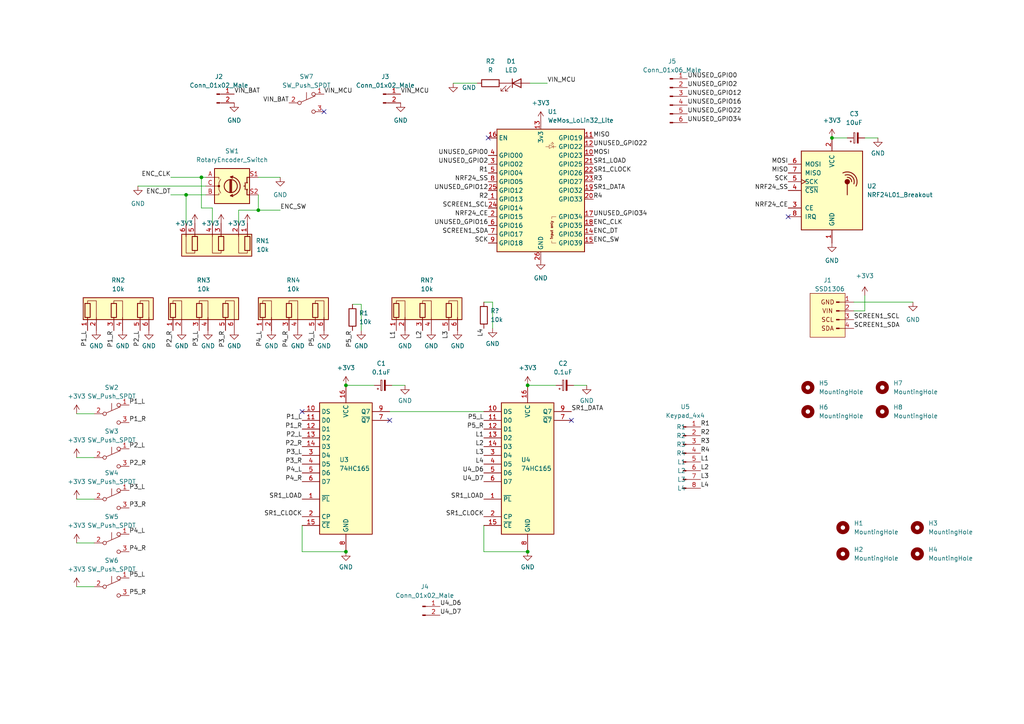
<source format=kicad_sch>
(kicad_sch (version 20211123) (generator eeschema)
  (paper "A4")
  (lib_symbols
    (symbol "74xx:74HC165"
      (property "Reference" "U" (at -7.62 19.05 0))
      (property "Value" "74HC165" (at -7.62 -21.59 0))
      (symbol "74HC165_1_0"
        (pin input line (at -12.7 -10.16 0) (length 5.08) (name "~{PL}") (number "1"))
        (pin input line (at -12.7 15.24 0) (length 5.08) (name "DS") (number "10"))
        (pin input line (at -12.7 12.7 0) (length 5.08) (name "D0") (number "11"))
        (pin input line (at -12.7 10.16 0) (length 5.08) (name "D1") (number "12"))
        (pin input line (at -12.7 7.62 0) (length 5.08) (name "D2") (number "13"))
        (pin input line (at -12.7 5.08 0) (length 5.08) (name "D3") (number "14"))
        (pin input line (at -12.7 -17.78 0) (length 5.08) (name "~{CE}") (number "15"))
        (pin power_in line (at 0 22.86 270) (length 5.08) (name "VCC") (number "16"))
        (pin input line (at -12.7 -15.24 0) (length 5.08) (name "CP") (number "2"))
        (pin input line (at -12.7 2.54 0) (length 5.08) (name "D4") (number "3"))
        (pin input line (at -12.7 0 0) (length 5.08) (name "D5") (number "4"))
        (pin input line (at -12.7 -2.54 0) (length 5.08) (name "D6") (number "5"))
        (pin input line (at -12.7 -5.08 0) (length 5.08) (name "D7") (number "6"))
        (pin output line (at 12.7 12.7 180) (length 5.08) (name "~{Q7}") (number "7"))
        (pin power_in line (at 0 -25.4 90) (length 5.08) (name "GND") (number "8"))
        (pin output line (at 12.7 15.24 180) (length 5.08) (name "Q7") (number "9"))
      )
      (symbol "74HC165_1_1"
        (rectangle (start -7.62 17.78) (end 7.62 -20.32) (stroke (width 0.254)) (fill (type background)))
      )
    )
    (symbol "Connector:Conn_01x02_Male" (pin_names (offset 1.016) hide)
      (property "Reference" "J" (at 0 2.54 0))
      (property "Value" "Conn_01x02_Male" (at 0 -5.08 0))
      (symbol "Conn_01x02_Male_1_1"
        (polyline (pts (xy 1.27 -2.54) (xy 0.8636 -2.54)) (stroke (width 0.1524)))
        (polyline (pts (xy 1.27 0) (xy 0.8636 0)) (stroke (width 0.1524)))
        (rectangle (start 0.8636 -2.413) (end 0 -2.667) (stroke (width 0.1524)) (fill (type outline)))
        (rectangle (start 0.8636 0.127) (end 0 -0.127) (stroke (width 0.1524)) (fill (type outline)))
        (pin passive line (at 5.08 0 180) (length 3.81) (name "Pin_1") (number "1"))
        (pin passive line (at 5.08 -2.54 180) (length 3.81) (name "Pin_2") (number "2"))
      )
    )
    (symbol "Connector:Conn_01x06_Male" (pin_names (offset 1.016) hide)
      (property "Reference" "J" (at 0 7.62 0))
      (property "Value" "Conn_01x06_Male" (at 0 -10.16 0))
      (symbol "Conn_01x06_Male_1_1"
        (polyline (pts (xy 1.27 -7.62) (xy 0.8636 -7.62)) (stroke (width 0.1524)))
        (polyline (pts (xy 1.27 -5.08) (xy 0.8636 -5.08)) (stroke (width 0.1524)))
        (polyline (pts (xy 1.27 -2.54) (xy 0.8636 -2.54)) (stroke (width 0.1524)))
        (polyline (pts (xy 1.27 0) (xy 0.8636 0)) (stroke (width 0.1524)))
        (polyline (pts (xy 1.27 2.54) (xy 0.8636 2.54)) (stroke (width 0.1524)))
        (polyline (pts (xy 1.27 5.08) (xy 0.8636 5.08)) (stroke (width 0.1524)))
        (rectangle (start 0.8636 -7.493) (end 0 -7.747) (stroke (width 0.1524)) (fill (type outline)))
        (rectangle (start 0.8636 -4.953) (end 0 -5.207) (stroke (width 0.1524)) (fill (type outline)))
        (rectangle (start 0.8636 -2.413) (end 0 -2.667) (stroke (width 0.1524)) (fill (type outline)))
        (rectangle (start 0.8636 0.127) (end 0 -0.127) (stroke (width 0.1524)) (fill (type outline)))
        (rectangle (start 0.8636 2.667) (end 0 2.413) (stroke (width 0.1524)) (fill (type outline)))
        (rectangle (start 0.8636 5.207) (end 0 4.953) (stroke (width 0.1524)) (fill (type outline)))
        (pin passive line (at 5.08 5.08 180) (length 3.81) (name "Pin_1") (number "1"))
        (pin passive line (at 5.08 2.54 180) (length 3.81) (name "Pin_2") (number "2"))
        (pin passive line (at 5.08 0 180) (length 3.81) (name "Pin_3") (number "3"))
        (pin passive line (at 5.08 -2.54 180) (length 3.81) (name "Pin_4") (number "4"))
        (pin passive line (at 5.08 -5.08 180) (length 3.81) (name "Pin_5") (number "5"))
        (pin passive line (at 5.08 -7.62 180) (length 3.81) (name "Pin_6") (number "6"))
      )
    )
    (symbol "Device:C_Polarized_Small" (pin_numbers hide) (pin_names (offset 0.254) hide)
      (property "Reference" "C" (at 0.254 1.778 0))
      (property "Value" "C_Polarized_Small" (at 0.254 -2.032 0))
      (symbol "C_Polarized_Small_0_1"
        (rectangle (start -1.524 -0.3048) (end 1.524 -0.6858) (fill (type outline)))
        (rectangle (start -1.524 0.6858) (end 1.524 0.3048))
        (polyline (pts (xy -1.27 1.524) (xy -0.762 1.524)))
        (polyline (pts (xy -1.016 1.27) (xy -1.016 1.778)))
      )
      (symbol "C_Polarized_Small_1_1"
        (pin passive line (at 0 2.54 270) (length 1.8542) (name "~") (number "1"))
        (pin passive line (at 0 -2.54 90) (length 1.8542) (name "~") (number "2"))
      )
    )
    (symbol "Device:LED" (pin_numbers hide) (pin_names (offset 1.016) hide)
      (property "Reference" "D" (at 0 2.54 0))
      (property "Value" "LED" (at 0 -2.54 0))
      (symbol "LED_0_1"
        (polyline (pts (xy -1.27 -1.27) (xy -1.27 1.27)) (stroke (width 0.254)))
        (polyline (pts (xy -1.27 0) (xy 1.27 0)))
        (polyline (pts (xy 1.27 -1.27) (xy 1.27 1.27) (xy -1.27 0) (xy 1.27 -1.27)) (stroke (width 0.254)))
        (polyline (pts (xy -3.048 -0.762) (xy -4.572 -2.286) (xy -3.81 -2.286) (xy -4.572 -2.286) (xy -4.572 -1.524)))
        (polyline (pts (xy -1.778 -0.762) (xy -3.302 -2.286) (xy -2.54 -2.286) (xy -3.302 -2.286) (xy -3.302 -1.524)))
      )
      (symbol "LED_1_1"
        (pin passive line (at -3.81 0 0) (length 2.54) (name "K") (number "1"))
        (pin passive line (at 3.81 0 180) (length 2.54) (name "A") (number "2"))
      )
    )
    (symbol "Device:R" (pin_numbers hide) (pin_names (offset 0))
      (property "Reference" "R" (at 2.032 0 90))
      (property "Value" "R" (at 0 0 90))
      (symbol "R_0_1"
        (rectangle (start -1.016 -2.54) (end 1.016 2.54) (stroke (width 0.254)))
      )
      (symbol "R_1_1"
        (pin passive line (at 0 3.81 270) (length 1.27) (name "~") (number "1"))
        (pin passive line (at 0 -3.81 90) (length 1.27) (name "~") (number "2"))
      )
    )
    (symbol "Device:R_Pack03_SIP" (pin_names (offset 0) hide)
      (property "Reference" "RN" (at -10.16 0 90))
      (property "Value" "R_Pack03_SIP" (at 12.7 0 90))
      (symbol "R_Pack03_SIP_0_1"
        (rectangle (start -8.89 -1.905) (end 11.43 4.445) (stroke (width 0.254)) (fill (type background)))
        (rectangle (start -8.382 2.794) (end -6.858 -1.27) (stroke (width 0.254)))
        (rectangle (start -0.762 2.794) (end 0.762 -1.27) (stroke (width 0.254)))
        (polyline (pts (xy -7.62 2.794) (xy -7.62 3.556) (xy -5.08 3.556) (xy -5.08 -1.27)))
        (polyline (pts (xy 0 2.794) (xy 0 3.556) (xy 2.54 3.556) (xy 2.54 -1.27)))
        (polyline (pts (xy 7.62 2.794) (xy 7.62 3.556) (xy 10.16 3.556) (xy 10.16 -1.27)))
        (rectangle (start 6.858 2.794) (end 8.382 -1.27) (stroke (width 0.254)))
      )
      (symbol "R_Pack03_SIP_1_1"
        (pin passive line (at -7.62 -5.08 90) (length 3.81) (name "R1.1") (number "1"))
        (pin passive line (at -5.08 -5.08 90) (length 3.81) (name "R1.2") (number "2"))
        (pin passive line (at 0 -5.08 90) (length 3.81) (name "R2.1") (number "3"))
        (pin passive line (at 2.54 -5.08 90) (length 3.81) (name "R2.2") (number "4"))
        (pin passive line (at 7.62 -5.08 90) (length 3.81) (name "R3.1") (number "5"))
        (pin passive line (at 10.16 -5.08 90) (length 3.81) (name "R3.2") (number "6"))
      )
    )
    (symbol "Device:RotaryEncoder_Switch" (pin_names (offset 0.254) hide)
      (property "Reference" "SW" (at 0 6.604 0))
      (property "Value" "RotaryEncoder_Switch" (at 0 -6.604 0))
      (symbol "RotaryEncoder_Switch_0_1"
        (rectangle (start -5.08 5.08) (end 5.08 -5.08) (stroke (width 0.254)) (fill (type background)))
        (circle (center -3.81 0) (radius 0.254) (fill (type outline)))
        (arc (start -0.381 -2.794) (mid 2.3622 -0.0635) (end -0.381 2.667) (stroke (width 0.254)))
        (circle (center -0.381 0) (radius 1.905) (stroke (width 0.254)))
        (polyline (pts (xy -0.635 -1.778) (xy -0.635 1.778)) (stroke (width 0.254)))
        (polyline (pts (xy -0.381 -1.778) (xy -0.381 1.778)) (stroke (width 0.254)))
        (polyline (pts (xy -0.127 1.778) (xy -0.127 -1.778)) (stroke (width 0.254)))
        (polyline (pts (xy 3.81 0) (xy 3.429 0)) (stroke (width 0.254)))
        (polyline (pts (xy 3.81 1.016) (xy 3.81 -1.016)) (stroke (width 0.254)))
        (polyline (pts (xy -5.08 -2.54) (xy -3.81 -2.54) (xy -3.81 -2.032)))
        (polyline (pts (xy -5.08 2.54) (xy -3.81 2.54) (xy -3.81 2.032)))
        (polyline (pts (xy 0.254 -3.048) (xy -0.508 -2.794) (xy 0.127 -2.413)) (stroke (width 0.254)))
        (polyline (pts (xy 0.254 2.921) (xy -0.508 2.667) (xy 0.127 2.286)) (stroke (width 0.254)))
        (polyline (pts (xy 5.08 -2.54) (xy 4.318 -2.54) (xy 4.318 -1.016)) (stroke (width 0.254)))
        (polyline (pts (xy 5.08 2.54) (xy 4.318 2.54) (xy 4.318 1.016)) (stroke (width 0.254)))
        (polyline (pts (xy -5.08 0) (xy -3.81 0) (xy -3.81 -1.016) (xy -3.302 -2.032)))
        (polyline (pts (xy -4.318 0) (xy -3.81 0) (xy -3.81 1.016) (xy -3.302 2.032)))
        (circle (center 4.318 -1.016) (radius 0.127) (stroke (width 0.254)))
        (circle (center 4.318 1.016) (radius 0.127) (stroke (width 0.254)))
      )
      (symbol "RotaryEncoder_Switch_1_1"
        (pin passive line (at -7.62 2.54 0) (length 2.54) (name "A") (number "A"))
        (pin passive line (at -7.62 -2.54 0) (length 2.54) (name "B") (number "B"))
        (pin passive line (at -7.62 0 0) (length 2.54) (name "C") (number "C"))
        (pin passive line (at 7.62 2.54 180) (length 2.54) (name "S1") (number "S1"))
        (pin passive line (at 7.62 -2.54 180) (length 2.54) (name "S2") (number "S2"))
      )
    )
    (symbol "MCU_Module2:WeMos_LoLin32_Lite"
      (property "Reference" "U" (at 11.43 22.86 0))
      (property "Value" "WeMos_LoLin32_Lite" (at 12.7 20.32 0))
      (symbol "WeMos_LoLin32_Lite_0_0"
        (polyline (pts (xy 4.445 -15.24) (xy 3.175 -15.24) (xy 3.175 -14.605)) (stroke (width 0.0006)))
        (polyline (pts (xy 4.445 -7.62) (xy 3.175 -7.62) (xy 3.175 -8.255)) (stroke (width 0.0006)))
        (text "input only" (at 3.175 -11.43 900) (effects (font (size 0.7 0.7))))
      )
      (symbol "WeMos_LoLin32_Lite_0_1"
        (rectangle (start -12.7 17.78) (end 12.7 -17.78) (stroke (width 0.254)) (fill (type background)))
        (polyline (pts (xy 2.413 12.7) (xy 1.397 12.7)) (stroke (width 0.0006)))
        (polyline (pts (xy 2.921 13.462) (xy 3.429 13.97)) (stroke (width 0.0006)))
        (polyline (pts (xy 3.175 13.208) (xy 3.683 13.716)) (stroke (width 0.0006)))
        (polyline (pts (xy 3.683 12.7) (xy 4.445 12.7)) (stroke (width 0.0006)))
        (polyline (pts (xy 3.683 13.208) (xy 3.683 12.192)) (stroke (width 0.0006)))
        (polyline (pts (xy 3.302 13.97) (xy 3.429 13.97) (xy 3.429 13.843)) (stroke (width 0.0006)))
        (polyline (pts (xy 3.556 13.716) (xy 3.683 13.716) (xy 3.683 13.589)) (stroke (width 0.0006)))
        (polyline (pts (xy 2.413 13.208) (xy 2.413 12.192) (xy 3.683 12.7) (xy 2.413 13.208)) (stroke (width 0.0006)))
      )
      (symbol "WeMos_LoLin32_Lite_1_1"
        (pin bidirectional line (at -15.24 -2.54 0) (length 2.54) (name "GPIO13") (number "1"))
        (pin bidirectional line (at 15.24 10.16 180) (length 2.54) (name "GPIO23") (number "10"))
        (pin bidirectional line (at 15.24 15.24 180) (length 2.54) (name "GPIO19") (number "11"))
        (pin bidirectional line (at 15.24 12.7 180) (length 2.54) (name "GPIO22") (number "12"))
        (pin power_in line (at 0 20.32 270) (length 2.54) (name "3v3") (number "13"))
        (pin bidirectional line (at 15.24 -12.7 180) (length 2.54) (name "GPIO36") (number "14"))
        (pin bidirectional line (at 15.24 -15.24 180) (length 2.54) (name "GPIO39") (number "15"))
        (pin input line (at -15.24 15.24 0) (length 2.54) (name "EN") (number "16"))
        (pin bidirectional line (at 15.24 -7.62 180) (length 2.54) (name "GPIO34") (number "17"))
        (pin bidirectional line (at 15.24 -10.16 180) (length 2.54) (name "GPIO35") (number "18"))
        (pin bidirectional line (at 15.24 0 180) (length 2.54) (name "GPIO32") (number "19"))
        (pin bidirectional line (at -15.24 -7.62 0) (length 2.54) (name "GPIO15") (number "2"))
        (pin bidirectional line (at 15.24 -2.54 180) (length 2.54) (name "GPIO33") (number "20"))
        (pin bidirectional line (at 15.24 7.62 180) (length 2.54) (name "GPIO25") (number "21"))
        (pin bidirectional line (at 15.24 5.08 180) (length 2.54) (name "GPIO26") (number "22"))
        (pin bidirectional line (at 15.24 2.54 180) (length 2.54) (name "GPIO27") (number "23"))
        (pin bidirectional line (at -15.24 -5.08 0) (length 2.54) (name "GPIO14") (number "24"))
        (pin bidirectional line (at -15.24 0 0) (length 2.54) (name "GPIO12") (number "25"))
        (pin power_in line (at 0 -20.32 90) (length 2.54) (name "GND") (number "26"))
        (pin bidirectional line (at -15.24 7.62 0) (length 2.54) (name "GPIO02") (number "3"))
        (pin bidirectional line (at -15.24 10.16 0) (length 2.54) (name "GPIO00") (number "4"))
        (pin bidirectional line (at -15.24 5.08 0) (length 2.54) (name "GPIO04") (number "5"))
        (pin bidirectional line (at -15.24 -10.16 0) (length 2.54) (name "GPIO16") (number "6"))
        (pin bidirectional line (at -15.24 -12.7 0) (length 2.54) (name "GPIO17") (number "7"))
        (pin bidirectional line (at -15.24 2.54 0) (length 2.54) (name "GPIO05") (number "8"))
        (pin bidirectional line (at -15.24 -15.24 0) (length 2.54) (name "GPIO18") (number "9"))
      )
    )
    (symbol "Mechanical:MountingHole" (pin_names (offset 1.016))
      (property "Reference" "H" (at 0 5.08 0))
      (property "Value" "MountingHole" (at 0 3.175 0))
      (symbol "MountingHole_0_1"
        (circle (center 0 0) (radius 1.27) (stroke (width 1.27)))
      )
    )
    (symbol "New_Library:Keypad_4x4"
      (property "Reference" "U" (at 0 2.54 0))
      (property "Value" "Keypad_4x4" (at 0 0 0))
      (symbol "Keypad_4x4_1_1"
        (polyline (pts (xy 13.1064 -7.747) (xy 12.7 -7.747)) (stroke (width 0.1524)))
        (polyline (pts (xy 13.1064 -5.207) (xy 12.7 -5.207)) (stroke (width 0.1524)))
        (polyline (pts (xy 13.1064 -2.667) (xy 12.7 -2.667)) (stroke (width 0.1524)))
        (polyline (pts (xy 13.1064 -0.127) (xy 12.7 -0.127)) (stroke (width 0.1524)))
        (polyline (pts (xy 13.1064 2.413) (xy 12.7 2.413)) (stroke (width 0.1524)))
        (polyline (pts (xy 13.1064 4.953) (xy 12.7 4.953)) (stroke (width 0.1524)))
        (polyline (pts (xy 13.1064 7.493) (xy 12.7 7.493)) (stroke (width 0.1524)))
        (polyline (pts (xy 13.1064 10.033) (xy 12.7 10.033)) (stroke (width 0.1524)))
        (rectangle (start 12.7 -7.62) (end 11.8364 -7.874) (stroke (width 0.1524)) (fill (type outline)))
        (rectangle (start 12.7 -5.08) (end 11.8364 -5.334) (stroke (width 0.1524)) (fill (type outline)))
        (rectangle (start 12.7 -2.54) (end 11.8364 -2.794) (stroke (width 0.1524)) (fill (type outline)))
        (rectangle (start 12.7 0) (end 11.8364 -0.254) (stroke (width 0.1524)) (fill (type outline)))
        (rectangle (start 12.7 2.54) (end 11.8364 2.286) (stroke (width 0.1524)) (fill (type outline)))
        (rectangle (start 12.7 5.08) (end 11.8364 4.826) (stroke (width 0.1524)) (fill (type outline)))
        (rectangle (start 12.7 7.62) (end 11.8364 7.366) (stroke (width 0.1524)) (fill (type outline)))
        (rectangle (start 12.7 10.16) (end 11.8364 9.906) (stroke (width 0.1524)) (fill (type outline)))
        (pin input line (at 16.9164 10.033 180) (length 3.81) (name "R1") (number "1"))
        (pin input line (at 16.9164 7.493 180) (length 3.81) (name "R2") (number "2"))
        (pin input line (at 16.9164 4.953 180) (length 3.81) (name "R3") (number "3"))
        (pin input line (at 16.9164 2.413 180) (length 3.81) (name "R4") (number "4"))
        (pin output line (at 16.9164 -0.127 180) (length 3.81) (name "L1") (number "5"))
        (pin output line (at 16.9164 -2.667 180) (length 3.81) (name "L2") (number "6"))
        (pin output line (at 16.9164 -5.207 180) (length 3.81) (name "L3") (number "7"))
        (pin output line (at 16.9164 -7.747 180) (length 3.81) (name "L4") (number "8"))
      )
    )
    (symbol "New_Library:SSD1306" (pin_names (offset 1.016) hide)
      (property "Reference" "J" (at -2.54 7.62 0))
      (property "Value" "SSD1306" (at -2.54 -10.16 0))
      (symbol "SSD1306_0_0"
        (text "GND" (at -2.54 2.54 0) (effects (font (size 1.27 1.27))))
        (text "SCL" (at -2.54 -2.54 0) (effects (font (size 1.27 1.27))))
        (text "SDA" (at -2.54 -5.08 0) (effects (font (size 1.27 1.27))))
        (text "VIN" (at -2.54 0 0) (effects (font (size 1.27 1.27))))
      )
      (symbol "SSD1306_0_1"
        (rectangle (start -7.62 5.08) (end 2.54 -7.62) (fill (type background)))
      )
      (symbol "SSD1306_1_1"
        (polyline (pts (xy 1.27 -5.08) (xy 0.8636 -5.08)) (stroke (width 0.1524)))
        (polyline (pts (xy 1.27 -2.54) (xy 0.8636 -2.54)) (stroke (width 0.1524)))
        (polyline (pts (xy 1.27 0) (xy 0.8636 0)) (stroke (width 0.1524)))
        (polyline (pts (xy 1.27 2.54) (xy 0.8636 2.54)) (stroke (width 0.1524)))
        (rectangle (start 0.8636 -4.953) (end 0 -5.207) (stroke (width 0.1524)) (fill (type outline)))
        (rectangle (start 0.8636 -2.413) (end 0 -2.667) (stroke (width 0.1524)) (fill (type outline)))
        (rectangle (start 0.8636 0.127) (end 0 -0.127) (stroke (width 0.1524)) (fill (type outline)))
        (rectangle (start 0.8636 2.667) (end 0 2.413) (stroke (width 0.1524)) (fill (type outline)))
        (pin input line (at 5.08 2.54 180) (length 3.81) (name "Pin_1") (number "1"))
        (pin input line (at 5.08 0 180) (length 3.81) (name "Pin_2") (number "2"))
        (pin input line (at 5.08 -2.54 180) (length 3.81) (name "Pin_3") (number "3"))
        (pin input line (at 5.08 -5.08 180) (length 3.81) (name "Pin_4") (number "4"))
      )
    )
    (symbol "RF:NRF24L01_Breakout" (pin_names (offset 1.016))
      (property "Reference" "U" (at -8.89 12.7 0))
      (property "Value" "NRF24L01_Breakout" (at 3.81 12.7 0))
      (symbol "NRF24L01_Breakout_0_1"
        (rectangle (start -8.89 11.43) (end 8.89 -11.43) (stroke (width 0.254)) (fill (type background)))
        (polyline (pts (xy 4.445 1.905) (xy 4.445 -1.27)) (stroke (width 0.254)))
        (circle (center 4.445 2.54) (radius 0.635) (stroke (width 0.254)) (fill (type outline)))
        (arc (start 5.715 2.54) (mid 5.3559 3.4509) (end 4.445 3.81) (stroke (width 0.254)))
        (arc (start 6.35 1.905) (mid 5.8833 3.9783) (end 3.81 4.445) (stroke (width 0.254)))
        (arc (start 6.985 1.27) (mid 6.453 4.548) (end 3.175 5.08) (stroke (width 0.254)))
      )
      (symbol "NRF24L01_Breakout_1_1"
        (pin power_in line (at 0 -15.24 90) (length 3.81) (name "GND") (number "1"))
        (pin power_in line (at 0 15.24 270) (length 3.81) (name "VCC") (number "2"))
        (pin input line (at -12.7 -5.08 0) (length 3.81) (name "CE") (number "3"))
        (pin input line (at -12.7 0 0) (length 3.81) (name "~{CSN}") (number "4"))
        (pin input clock (at -12.7 2.54 0) (length 3.81) (name "SCK") (number "5"))
        (pin input line (at -12.7 7.62 0) (length 3.81) (name "MOSI") (number "6"))
        (pin output line (at -12.7 5.08 0) (length 3.81) (name "MISO") (number "7"))
        (pin output line (at -12.7 -7.62 0) (length 3.81) (name "IRQ") (number "8"))
      )
    )
    (symbol "Switch:SW_Push_SPDT" (pin_names (offset 0) hide)
      (property "Reference" "SW" (at 0 4.318 0))
      (property "Value" "SW_Push_SPDT" (at 0 -5.08 0))
      (symbol "SW_Push_SPDT_0_0"
        (circle (center -2.032 0) (radius 0.508))
        (polyline (pts (xy 0 1.016) (xy 0 3.048)))
        (circle (center 2.032 -2.54) (radius 0.508))
      )
      (symbol "SW_Push_SPDT_0_1"
        (polyline (pts (xy -1.524 0.254) (xy 2.54 2.032)))
        (circle (center 2.032 2.54) (radius 0.508))
      )
      (symbol "SW_Push_SPDT_1_1"
        (pin passive line (at 5.08 2.54 180) (length 2.54) (name "A") (number "1"))
        (pin passive line (at -5.08 0 0) (length 2.54) (name "B") (number "2"))
        (pin passive line (at 5.08 -2.54 180) (length 2.54) (name "C") (number "3"))
      )
    )
    (symbol "power:+3V3" (power) (pin_names (offset 0))
      (property "Value" "+3V3" (at 0 3.556 0))
      (symbol "+3V3_0_1"
        (polyline (pts (xy -0.762 1.27) (xy 0 2.54)))
        (polyline (pts (xy 0 0) (xy 0 2.54)))
        (polyline (pts (xy 0 2.54) (xy 0.762 1.27)))
      )
      (symbol "+3V3_1_1"
        (pin power_in line (at 0 0 90) (length 0) hide (name "+3V3") (number "1"))
      )
    )
    (symbol "power:GND" (power) (pin_names (offset 0))
      (property "Value" "GND" (at 0 -3.81 0))
      (symbol "GND_0_1"
        (polyline (pts (xy 0 0) (xy 0 -1.27) (xy 1.27 -1.27) (xy 0 -2.54) (xy -1.27 -1.27) (xy 0 -1.27)))
      )
      (symbol "GND_1_1"
        (pin power_in line (at 0 0 270) (length 0) hide (name "GND") (number "1"))
      )
    )
  )
  (junction (at 153.035 160.02))
  (junction (at 74.93 60.96))
  (junction (at 153.035 111.76))
  (junction (at 53.975 56.515))
  (junction (at 100.33 111.76))
  (junction (at 58.42 51.435))
  (junction (at 100.33 160.02))
  (junction (at 241.3 40.005))
  (no_connect (at 165.735 121.92))
  (no_connect (at 113.03 121.92))
  (no_connect (at 228.6 62.865))
  (no_connect (at 141.605 40.005))
  (no_connect (at 87.63 119.38))
  (no_connect (at 93.98 32.385))
  (wire (pts (xy 22.225 132.715) (xy 27.305 132.715)))
  (wire (pts (xy 153.035 111.76) (xy 161.29 111.76)))
  (wire (pts (xy 104.775 95.885) (xy 104.775 88.265)))
  (wire (pts (xy 61.595 64.77) (xy 61.595 60.325)))
  (wire (pts (xy 22.225 170.18) (xy 27.305 170.18)))
  (wire (pts (xy 142.875 87.63) (xy 140.335 87.63)))
  (wire (pts (xy 131.445 24.13) (xy 138.43 24.13)))
  (wire (pts (xy 117.475 111.76) (xy 113.665 111.76)))
  (wire (pts (xy 69.215 60.96) (xy 74.93 60.96)))
  (wire (pts (xy 142.875 95.25) (xy 142.875 87.63)))
  (wire (pts (xy 140.335 160.02) (xy 153.035 160.02)))
  (wire (pts (xy 40.005 53.975) (xy 59.69 53.975)))
  (wire (pts (xy 74.93 51.435) (xy 81.28 51.435)))
  (wire (pts (xy 100.33 111.76) (xy 108.585 111.76)))
  (wire (pts (xy 104.775 88.265) (xy 102.235 88.265)))
  (wire (pts (xy 170.18 111.76) (xy 166.37 111.76)))
  (wire (pts (xy 247.65 87.63) (xy 264.795 87.63)))
  (wire (pts (xy 22.225 144.78) (xy 27.305 144.78)))
  (wire (pts (xy 22.225 120.015) (xy 27.305 120.015)))
  (wire (pts (xy 254.635 40.005) (xy 250.825 40.005)))
  (wire (pts (xy 140.335 152.4) (xy 140.335 160.02)))
  (wire (pts (xy 53.975 56.515) (xy 53.975 64.77)))
  (wire (pts (xy 241.3 40.005) (xy 245.745 40.005)))
  (wire (pts (xy 49.53 56.515) (xy 53.975 56.515)))
  (wire (pts (xy 61.595 60.325) (xy 58.42 60.325)))
  (wire (pts (xy 250.825 90.17) (xy 250.825 85.725)))
  (wire (pts (xy 74.93 60.96) (xy 74.93 56.515)))
  (wire (pts (xy 69.215 64.77) (xy 69.215 60.96)))
  (wire (pts (xy 113.03 119.38) (xy 140.335 119.38)))
  (wire (pts (xy 53.975 56.515) (xy 59.69 56.515)))
  (wire (pts (xy 87.63 152.4) (xy 87.63 160.02)))
  (wire (pts (xy 22.225 157.48) (xy 27.305 157.48)))
  (wire (pts (xy 58.42 60.325) (xy 58.42 51.435)))
  (wire (pts (xy 74.93 60.96) (xy 81.28 60.96)))
  (wire (pts (xy 153.67 24.13) (xy 158.75 24.13)))
  (wire (pts (xy 87.63 160.02) (xy 100.33 160.02)))
  (wire (pts (xy 247.65 90.17) (xy 250.825 90.17)))
  (wire (pts (xy 58.42 51.435) (xy 59.69 51.435)))
  (wire (pts (xy 49.53 51.435) (xy 58.42 51.435)))
  (label "ENC_DT" (at 49.53 56.515 180))
  (label "P4_R" (at 87.63 139.7 180))
  (label "ENC_CLK" (at 172.085 65.405 0))
  (label "UNUSED_GPIO2" (at 141.605 47.625 180))
  (label "NRF24_CE" (at 228.6 60.325 180))
  (label "U4_D6" (at 140.335 137.16 180))
  (label "P2_L" (at 87.63 127 180))
  (label "R3" (at 172.085 52.705 0))
  (label "VIN_MCU" (at 116.205 27.305 0))
  (label "P3_L" (at 87.63 132.08 180))
  (label "VIN_MCU" (at 93.98 27.305 0))
  (label "SR1_CLOCK" (at 140.335 149.86 180))
  (label "P1_R" (at 87.63 124.46 180))
  (label "P3_L" (at 37.465 142.24 0))
  (label "UNUSED_GPIO12" (at 199.39 27.94 0))
  (label "P5_R" (at 37.465 172.72 0))
  (label "UNUSED_GPIO22" (at 172.085 42.545 0))
  (label "SCREEN1_SCL" (at 247.65 92.71 0))
  (label "R2" (at 203.2 126.365 0))
  (label "ENC_SW" (at 81.28 60.96 0))
  (label "P2_R" (at 37.465 135.255 0))
  (label "UNUSED_GPIO16" (at 199.39 30.48 0))
  (label "R1" (at 203.2 123.825 0))
  (label "P3_R" (at 37.465 147.32 0))
  (label "SCREEN1_SCL" (at 141.605 60.325 180))
  (label "NRF24_SS" (at 228.6 55.245 180))
  (label "P5_L" (at 37.465 167.64 0))
  (label "NRF24_CE" (at 141.605 62.865 180))
  (label "P3_L" (at 57.785 95.885 270))
  (label "U4_D7" (at 140.335 139.7 180))
  (label "P5_L" (at 91.44 95.885 270))
  (label "SCREEN1_SDA" (at 247.65 95.25 0))
  (label "P4_L" (at 76.2 95.885 270))
  (label "L1" (at 114.935 95.885 270))
  (label "P1_R" (at 37.465 122.555 0))
  (label "R4" (at 172.085 57.785 0))
  (label "MOSI" (at 228.6 47.625 180))
  (label "VIN_MCU" (at 158.75 24.13 0))
  (label "P1_L" (at 87.63 121.92 180))
  (label "P1_R" (at 33.02 95.885 270))
  (label "R3" (at 203.2 128.905 0))
  (label "P5_R" (at 140.335 124.46 180))
  (label "P2_R" (at 87.63 129.54 180))
  (label "UNUSED_GPIO34" (at 199.39 35.56 0))
  (label "SCK" (at 141.605 70.485 180))
  (label "MISO" (at 228.6 50.165 180))
  (label "P3_R" (at 65.405 95.885 270))
  (label "UNUSED_GPIO0" (at 199.39 22.86 0))
  (label "UNUSED_GPIO22" (at 199.39 33.02 0))
  (label "ENC_CLK" (at 49.53 51.435 180))
  (label "SR1_CLOCK" (at 172.085 50.165 0))
  (label "P4_L" (at 87.63 137.16 180))
  (label "L4" (at 140.335 95.25 270))
  (label "UNUSED_GPIO16" (at 141.605 65.405 180))
  (label "SR1_LOAD" (at 87.63 144.78 180))
  (label "VIN_BAT" (at 83.82 29.845 180))
  (label "UNUSED_GPIO2" (at 199.39 25.4 0))
  (label "R1" (at 141.605 50.165 180))
  (label "MISO" (at 172.085 40.005 0))
  (label "L2" (at 140.335 129.54 180))
  (label "R2" (at 141.605 57.785 180))
  (label "R4" (at 203.2 131.445 0))
  (label "P2_L" (at 37.465 130.175 0))
  (label "SR1_LOAD" (at 172.085 47.625 0))
  (label "MOSI" (at 172.085 45.085 0))
  (label "L3" (at 203.2 139.065 0))
  (label "VIN_BAT" (at 67.945 27.305 0))
  (label "L1" (at 140.335 127 180))
  (label "L2" (at 122.555 95.885 270))
  (label "P5_L" (at 140.335 121.92 180))
  (label "UNUSED_GPIO0" (at 141.605 45.085 180))
  (label "SR1_DATA" (at 172.085 55.245 0))
  (label "SCREEN1_SDA" (at 141.605 67.945 180))
  (label "P5_R" (at 102.235 95.885 270))
  (label "P4_L" (at 37.465 154.94 0))
  (label "UNUSED_GPIO34" (at 172.085 62.865 0))
  (label "P4_R" (at 83.82 95.885 270))
  (label "NRF24_SS" (at 141.605 52.705 180))
  (label "SR1_CLOCK" (at 87.63 149.86 180))
  (label "P4_R" (at 37.465 160.02 0))
  (label "L3" (at 130.175 95.885 270))
  (label "L4" (at 140.335 134.62 180))
  (label "L3" (at 140.335 132.08 180))
  (label "P2_R" (at 50.165 95.885 270))
  (label "U4_D6" (at 127.635 175.895 0))
  (label "U4_D7" (at 127.635 178.435 0))
  (label "SCK" (at 228.6 52.705 180))
  (label "ENC_DT" (at 172.085 67.945 0))
  (label "UNUSED_GPIO12" (at 141.605 55.245 180))
  (label "ENC_SW" (at 172.085 70.485 0))
  (label "L1" (at 203.2 133.985 0))
  (label "SR1_DATA" (at 165.735 119.38 0))
  (label "P1_L" (at 25.4 95.885 270))
  (label "SR1_LOAD" (at 140.335 144.78 180))
  (label "L4" (at 203.2 141.605 0))
  (label "L2" (at 203.2 136.525 0))
  (label "P3_R" (at 87.63 134.62 180))
  (label "P2_L" (at 40.64 95.885 270))
  (label "P1_L" (at 37.465 117.475 0))
  (symbol (lib_id "Device:C_Polarized_Small") (at 163.83 111.76 90) (unit 1)
    (property "Reference" "C2" (at 163.2839 105.41 90))
    (property "Value" "0.1uF" (at 163.2839 107.95 90))
    (property "Footprint" "Capacitor_THT:CP_Radial_D4.0mm_P2.00mm" (effects hide))
  )
  (symbol (lib_id "Device:R") (at 140.335 91.44 0) (unit 1)
    (property "Reference" "R?" (at 142.24 90.1699 0) (effects (justify left)))
    (property "Value" "10k" (at 142.24 92.7099 0) (effects (justify left)))
    (property "Footprint" "Resistor_THT:R_Axial_DIN0207_L6.3mm_D2.5mm_P10.16mm_Horizontal" (effects hide))
  )
  (symbol (lib_id "power:+3V3") (at 250.825 85.725 0) (unit 1)
    (property "Reference" "#PWR0111" (effects hide))
    (property "Value" "+3V3" (at 250.825 80.01 0))
  )
  (symbol (lib_id "power:+3V3") (at 100.33 111.76 0) (unit 1)
    (property "Reference" "#PWR0113" (effects hide))
    (property "Value" "+3V3" (at 100.33 106.68 0))
  )
  (symbol (lib_id "power:GND") (at 116.205 29.845 0) (unit 1)
    (property "Reference" "#PWR0134" (effects hide))
    (property "Value" "GND" (at 116.205 34.925 0))
  )
  (symbol (lib_id "Device:R_Pack03_SIP") (at 57.785 90.805 0) (unit 1)
    (property "Reference" "RN3" (at 59.055 81.28 0))
    (property "Value" "10k" (at 59.055 83.82 0))
    (property "Footprint" "Resistor_THT:R_Array_SIP6" (effects hide))
    (property "Datasheet" "http://www.vishay.com/docs/31509/csc.pdf" (effects hide))
  )
  (symbol (lib_id "Connector:Conn_01x02_Male") (at 111.125 27.305 0) (unit 1)
    (property "Reference" "J3" (at 111.76 22.225 0))
    (property "Value" "Conn_01x02_Male" (at 111.76 24.765 0))
    (property "Footprint" "Connector_PinHeader_2.54mm:PinHeader_1x02_P2.54mm_Vertical" (effects hide))
  )
  (symbol (lib_id "power:GND") (at 241.3 70.485 0) (unit 1)
    (property "Reference" "#PWR0110" (effects hide))
    (property "Value" "GND" (at 241.3 75.565 0))
  )
  (symbol (lib_id "Device:R_Pack03_SIP") (at 122.555 90.805 0) (unit 1)
    (property "Reference" "RN?" (at 123.825 81.28 0))
    (property "Value" "10k" (at 123.825 83.82 0))
    (property "Footprint" "Resistor_THT:R_Array_SIP6" (effects hide))
    (property "Datasheet" "http://www.vishay.com/docs/31509/csc.pdf" (effects hide))
  )
  (symbol (lib_id "power:GND") (at 254.635 40.005 0) (unit 1)
    (property "Reference" "#PWR0108" (effects hide))
    (property "Value" "GND" (at 254.635 44.45 0))
  )
  (symbol (lib_id "MCU_Module2:WeMos_LoLin32_Lite") (at 156.845 55.245 0) (unit 1)
    (property "Reference" "U1" (at 158.8644 32.385 0) (effects (justify left)))
    (property "Value" "WeMos_LoLin32_Lite" (at 158.8644 34.925 0) (effects (justify left)))
    (property "Footprint" "Library:WEMOS_LoLin32_Lite" (effects hide))
    (property "Datasheet" "https://www.wemos.cc/en/latest/d32/d32.html" (effects hide))
  )
  (symbol (lib_id "power:GND") (at 40.005 53.975 0) (unit 1)
    (property "Reference" "#PWR0106" (effects hide))
    (property "Value" "GND" (at 40.005 59.055 0))
  )
  (symbol (lib_id "RF:NRF24L01_Breakout") (at 241.3 55.245 0) (unit 1)
    (property "Reference" "U2" (at 251.46 53.9749 0) (effects (justify left)))
    (property "Value" "NRF24L01_Breakout" (at 251.46 56.5149 0) (effects (justify left)))
    (property "Footprint" "RF_Module:nRF24L01_Breakout" (effects hide))
    (property "Datasheet" "http://www.nordicsemi.com/eng/content/download/2730/34105/file/nRF24L01_Product_Specification_v2_0.pdf" (effects hide))
  )
  (symbol (lib_id "Device:C_Polarized_Small") (at 248.285 40.005 90) (unit 1)
    (property "Reference" "C3" (at 247.7389 33.02 90))
    (property "Value" "10uF" (at 247.7389 35.56 90))
    (property "Footprint" "Capacitor_THT:CP_Radial_D4.0mm_P2.00mm" (effects hide))
  )
  (symbol (lib_id "power:+3V3") (at 64.135 64.77 0) (unit 1)
    (property "Reference" "#PWR0104" (effects hide))
    (property "Value" "+3V3" (at 60.96 64.77 0))
  )
  (symbol (lib_id "Device:R_Pack03_SIP") (at 33.02 90.805 0) (unit 1)
    (property "Reference" "RN2" (at 34.29 81.28 0))
    (property "Value" "10k" (at 34.29 83.82 0))
    (property "Footprint" "Resistor_THT:R_Array_SIP6" (effects hide))
    (property "Datasheet" "http://www.vishay.com/docs/31509/csc.pdf" (effects hide))
  )
  (symbol (lib_id "power:GND") (at 93.98 95.885 0) (unit 1)
    (property "Reference" "#PWR0121" (effects hide))
    (property "Value" "GND" (at 93.98 100.33 0))
  )
  (symbol (lib_id "power:GND") (at 81.28 51.435 0) (unit 1)
    (property "Reference" "#PWR0101" (effects hide))
    (property "Value" "GND" (at 81.28 56.515 0))
  )
  (symbol (lib_id "power:GND") (at 100.33 160.02 0) (unit 1)
    (property "Reference" "#PWR0116" (effects hide))
    (property "Value" "GND" (at 100.33 164.465 0))
  )
  (symbol (lib_id "power:GND") (at 43.18 95.885 0) (unit 1)
    (property "Reference" "#PWR0128" (effects hide))
    (property "Value" "GND" (at 43.18 100.33 0))
  )
  (symbol (lib_id "power:+3V3") (at 22.225 132.715 0) (unit 1)
    (property "Reference" "#PWR0129" (effects hide))
    (property "Value" "+3V3" (at 22.225 127.635 0))
  )
  (symbol (lib_id "power:GND") (at 153.035 160.02 0) (unit 1)
    (property "Reference" "#PWR0117" (effects hide))
    (property "Value" "GND" (at 153.035 164.465 0))
  )
  (symbol (lib_id "74xx:74HC165") (at 153.035 134.62 0) (unit 1)
    (property "Reference" "U4" (at 151.13 133.35 0) (effects (justify left)))
    (property "Value" "74HC165" (at 151.13 135.89 0) (effects (justify left)))
    (property "Footprint" "Package_SO:SOP-16_4.4x10.4mm_P1.27mm" (effects hide))
    (property "Datasheet" "https://assets.nexperia.com/documents/data-sheet/74HC_HCT165.pdf" (effects hide))
  )
  (symbol (lib_id "power:+3V3") (at 241.3 40.005 0) (unit 1)
    (property "Reference" "#PWR0109" (effects hide))
    (property "Value" "+3V3" (at 241.3 34.925 0))
  )
  (symbol (lib_id "Mechanical:MountingHole") (at 234.315 112.395 0) (unit 1)
    (property "Reference" "H5" (at 237.49 111.1249 0) (effects (justify left)))
    (property "Value" "MountingHole" (at 237.49 113.6649 0) (effects (justify left)))
    (property "Footprint" "MountingHole:MountingHole_4.3mm_M4_DIN965" (effects hide))
  )
  (symbol (lib_id "power:+3V3") (at 22.225 157.48 0) (unit 1)
    (property "Reference" "#PWR0131" (effects hide))
    (property "Value" "+3V3" (at 22.225 152.4 0))
  )
  (symbol (lib_id "74xx:74HC165") (at 100.33 134.62 0) (unit 1)
    (property "Reference" "U3" (at 98.425 133.35 0) (effects (justify left)))
    (property "Value" "74HC165" (at 98.425 135.89 0) (effects (justify left)))
    (property "Footprint" "Package_SO:SOP-16_4.4x10.4mm_P1.27mm" (effects hide))
    (property "Datasheet" "https://assets.nexperia.com/documents/data-sheet/74HC_HCT165.pdf" (effects hide))
  )
  (symbol (lib_id "Device:R_Pack03_SIP") (at 83.82 90.805 0) (unit 1)
    (property "Reference" "RN4" (at 85.09 81.28 0))
    (property "Value" "10k" (at 85.09 83.82 0))
    (property "Footprint" "Resistor_THT:R_Array_SIP6" (effects hide))
    (property "Datasheet" "http://www.vishay.com/docs/31509/csc.pdf" (effects hide))
  )
  (symbol (lib_id "Mechanical:MountingHole") (at 244.475 153.035 0) (unit 1)
    (property "Reference" "H1" (at 247.65 151.7649 0) (effects (justify left)))
    (property "Value" "MountingHole" (at 247.65 154.3049 0) (effects (justify left)))
    (property "Footprint" "MountingHole:MountingHole_2.5mm" (effects hide))
  )
  (symbol (lib_id "power:GND") (at 27.94 95.885 0) (unit 1)
    (property "Reference" "#PWR0126" (effects hide))
    (property "Value" "GND" (at 27.94 100.33 0))
  )
  (symbol (lib_id "power:GND") (at 60.325 95.885 0) (unit 1)
    (property "Reference" "#PWR0124" (effects hide))
    (property "Value" "GND" (at 60.325 100.33 0))
  )
  (symbol (lib_id "power:GND") (at 142.875 95.25 0) (unit 1)
    (property "Reference" "#PWR0136" (effects hide))
    (property "Value" "GND" (at 142.875 99.695 0))
  )
  (symbol (lib_id "Device:C_Polarized_Small") (at 111.125 111.76 90) (unit 1)
    (property "Reference" "C1" (at 110.5789 105.41 90))
    (property "Value" "0.1uF" (at 110.5789 107.95 90))
    (property "Footprint" "Capacitor_THT:CP_Radial_D4.0mm_P2.00mm" (effects hide))
  )
  (symbol (lib_id "power:GND") (at 170.18 111.76 0) (unit 1)
    (property "Reference" "#PWR0118" (effects hide))
    (property "Value" "GND" (at 170.18 116.205 0))
  )
  (symbol (lib_id "power:+3V3") (at 56.515 64.77 0) (unit 1)
    (property "Reference" "#PWR0105" (effects hide))
    (property "Value" "+3V3" (at 53.34 64.77 0))
  )
  (symbol (lib_id "power:GND") (at 67.945 29.845 0) (unit 1)
    (property "Reference" "#PWR0135" (effects hide))
    (property "Value" "GND" (at 67.945 34.925 0))
  )
  (symbol (lib_id "power:GND") (at 117.475 111.76 0) (unit 1)
    (property "Reference" "#PWR0114" (effects hide))
    (property "Value" "GND" (at 117.475 116.205 0))
  )
  (symbol (lib_id "New_Library:Keypad_4x4") (at 186.2836 133.858 0) (unit 1)
    (property "Reference" "U5" (at 198.755 117.983 0))
    (property "Value" "Keypad_4x4" (at 198.755 120.523 0))
    (property "Footprint" "Library:Keypad" (effects hide))
  )
  (symbol (lib_id "power:GND") (at 86.36 95.885 0) (unit 1)
    (property "Reference" "#PWR0120" (effects hide))
    (property "Value" "GND" (at 86.36 100.33 0))
  )
  (symbol (lib_id "power:GND") (at 117.475 95.885 0) (unit 1)
    (property "Reference" "#PWR?" (effects hide))
    (property "Value" "GND" (at 117.475 100.33 0))
  )
  (symbol (lib_id "Mechanical:MountingHole") (at 234.315 119.38 0) (unit 1)
    (property "Reference" "H6" (at 237.49 118.1099 0) (effects (justify left)))
    (property "Value" "MountingHole" (at 237.49 120.6499 0) (effects (justify left)))
    (property "Footprint" "MountingHole:MountingHole_4.3mm_M4_DIN965" (effects hide))
  )
  (symbol (lib_id "Switch:SW_Push_SPDT") (at 32.385 144.78 0) (unit 1)
    (property "Reference" "SW4" (at 32.385 137.16 0))
    (property "Value" "SW_Push_SPDT" (at 32.385 139.7 0))
    (property "Footprint" "Library:Switch6mm" (effects hide))
  )
  (symbol (lib_id "Device:R") (at 102.235 92.075 0) (unit 1)
    (property "Reference" "R1" (at 104.14 90.8049 0) (effects (justify left)))
    (property "Value" "10k" (at 104.14 93.3449 0) (effects (justify left)))
    (property "Footprint" "Resistor_THT:R_Axial_DIN0207_L6.3mm_D2.5mm_P10.16mm_Horizontal" (effects hide))
  )
  (symbol (lib_id "power:GND") (at 35.56 95.885 0) (unit 1)
    (property "Reference" "#PWR0127" (effects hide))
    (property "Value" "GND" (at 35.56 100.33 0))
  )
  (symbol (lib_id "Mechanical:MountingHole") (at 255.905 119.38 0) (unit 1)
    (property "Reference" "H8" (at 259.08 118.1099 0) (effects (justify left)))
    (property "Value" "MountingHole" (at 259.08 120.6499 0) (effects (justify left)))
    (property "Footprint" "MountingHole:MountingHole_4.3mm_M4_DIN965" (effects hide))
  )
  (symbol (lib_id "power:GND") (at 125.095 95.885 0) (unit 1)
    (property "Reference" "#PWR?" (effects hide))
    (property "Value" "GND" (at 125.095 100.33 0))
  )
  (symbol (lib_id "Device:R") (at 142.24 24.13 90) (unit 1)
    (property "Reference" "R2" (at 142.24 17.78 90))
    (property "Value" "R" (at 142.24 20.32 90))
    (property "Footprint" "Resistor_THT:R_Axial_DIN0207_L6.3mm_D2.5mm_P10.16mm_Horizontal" (effects hide))
  )
  (symbol (lib_id "power:GND") (at 67.945 95.885 0) (unit 1)
    (property "Reference" "#PWR0125" (effects hide))
    (property "Value" "GND" (at 67.945 100.33 0))
  )
  (symbol (lib_id "power:GND") (at 264.795 87.63 0) (unit 1)
    (property "Reference" "#PWR0112" (effects hide))
    (property "Value" "GND" (at 264.795 92.71 0))
  )
  (symbol (lib_id "Connector:Conn_01x02_Male") (at 122.555 175.895 0) (unit 1)
    (property "Reference" "J4" (at 123.19 170.18 0))
    (property "Value" "Conn_01x02_Male" (at 123.19 172.72 0))
    (property "Footprint" "Connector_PinSocket_2.54mm:PinSocket_1x02_P2.54mm_Vertical" (effects hide))
  )
  (symbol (lib_id "power:GND") (at 52.705 95.885 0) (unit 1)
    (property "Reference" "#PWR0123" (effects hide))
    (property "Value" "GND" (at 52.705 100.33 0))
  )
  (symbol (lib_id "power:+3V3") (at 153.035 111.76 0) (unit 1)
    (property "Reference" "#PWR0115" (effects hide))
    (property "Value" "+3V3" (at 153.035 106.68 0))
  )
  (symbol (lib_id "power:GND") (at 132.715 95.885 0) (unit 1)
    (property "Reference" "#PWR?" (effects hide))
    (property "Value" "GND" (at 132.715 100.33 0))
  )
  (symbol (lib_id "Switch:SW_Push_SPDT") (at 32.385 132.715 0) (unit 1)
    (property "Reference" "SW3" (at 32.385 125.095 0))
    (property "Value" "SW_Push_SPDT" (at 32.385 127.635 0))
    (property "Footprint" "Library:Switch6mm" (effects hide))
  )
  (symbol (lib_id "Mechanical:MountingHole") (at 244.475 160.655 0) (unit 1)
    (property "Reference" "H2" (at 247.65 159.3849 0) (effects (justify left)))
    (property "Value" "MountingHole" (at 247.65 161.9249 0) (effects (justify left)))
    (property "Footprint" "MountingHole:MountingHole_2.5mm" (effects hide))
  )
  (symbol (lib_id "power:GND") (at 156.845 75.565 0) (unit 1)
    (property "Reference" "#PWR0103" (effects hide))
    (property "Value" "GND" (at 156.845 80.645 0))
  )
  (symbol (lib_id "Device:RotaryEncoder_Switch") (at 67.31 53.975 0) (unit 1)
    (property "Reference" "SW1" (at 67.31 43.815 0))
    (property "Value" "RotaryEncoder_Switch" (at 67.31 46.355 0))
    (property "Footprint" "Rotary_Encoder:RotaryEncoder_Alps_EC12E-Switch_Vertical_H20mm" (effects hide))
  )
  (symbol (lib_id "Switch:SW_Push_SPDT") (at 32.385 170.18 0) (unit 1)
    (property "Reference" "SW6" (at 32.385 162.56 0))
    (property "Value" "SW_Push_SPDT" (at 32.385 165.1 0))
    (property "Footprint" "Library:Switch6mm" (effects hide))
  )
  (symbol (lib_id "Switch:SW_Push_SPDT") (at 32.385 120.015 0) (unit 1)
    (property "Reference" "SW2" (at 32.385 112.395 0))
    (property "Value" "SW_Push_SPDT" (at 32.385 114.935 0))
    (property "Footprint" "Library:Switch6mm" (effects hide))
  )
  (symbol (lib_id "power:+3V3") (at 22.225 170.18 0) (unit 1)
    (property "Reference" "#PWR0133" (effects hide))
    (property "Value" "+3V3" (at 22.225 165.1 0))
  )
  (symbol (lib_id "Switch:SW_Push_SPDT") (at 32.385 157.48 0) (unit 1)
    (property "Reference" "SW5" (at 32.385 149.86 0))
    (property "Value" "SW_Push_SPDT" (at 32.385 152.4 0))
    (property "Footprint" "Library:Switch6mm" (effects hide))
  )
  (symbol (lib_id "Device:LED") (at 149.86 24.13 0) (unit 1)
    (property "Reference" "D1" (at 148.2725 17.78 0))
    (property "Value" "LED" (at 148.2725 20.32 0))
    (property "Footprint" "LED_THT:LED_D3.0mm" (effects hide))
  )
  (symbol (lib_id "Connector:Conn_01x06_Male") (at 194.31 27.94 0) (unit 1)
    (property "Reference" "J5" (at 194.945 17.78 0))
    (property "Value" "Conn_01x06_Male" (at 194.945 20.32 0))
    (property "Footprint" "Connector_PinSocket_2.54mm:PinSocket_1x06_P2.54mm_Vertical" (effects hide))
  )
  (symbol (lib_id "power:GND") (at 104.775 95.885 0) (unit 1)
    (property "Reference" "#PWR?" (effects hide))
    (property "Value" "GND" (at 104.775 100.33 0))
  )
  (symbol (lib_id "power:GND") (at 131.445 24.13 0) (mirror y) (unit 1)
    (property "Reference" "#PWR0137" (effects hide))
    (property "Value" "GND" (at 133.985 25.3999 0) (effects (justify right)))
  )
  (symbol (lib_id "Connector:Conn_01x02_Male") (at 62.865 27.305 0) (unit 1)
    (property "Reference" "J2" (at 63.5 22.225 0))
    (property "Value" "Conn_01x02_Male" (at 63.5 24.765 0))
    (property "Footprint" "Connector_JST:JST_PH_B2B-PH-K_1x02_P2.00mm_Vertical" (effects hide))
  )
  (symbol (lib_id "power:+3V3") (at 22.225 144.78 0) (unit 1)
    (property "Reference" "#PWR0132" (effects hide))
    (property "Value" "+3V3" (at 22.225 139.7 0))
  )
  (symbol (lib_id "Mechanical:MountingHole") (at 255.905 112.395 0) (unit 1)
    (property "Reference" "H7" (at 259.08 111.1249 0) (effects (justify left)))
    (property "Value" "MountingHole" (at 259.08 113.6649 0) (effects (justify left)))
    (property "Footprint" "MountingHole:MountingHole_4.3mm_M4_DIN965" (effects hide))
  )
  (symbol (lib_id "power:+3V3") (at 71.755 64.77 0) (unit 1)
    (property "Reference" "#PWR0107" (effects hide))
    (property "Value" "+3V3" (at 68.58 64.77 0))
  )
  (symbol (lib_id "Device:R_Pack03_SIP") (at 64.135 69.85 180) (unit 1)
    (property "Reference" "RN1" (at 76.2 69.85 0))
    (property "Value" "10k" (at 76.2 72.39 0))
    (property "Footprint" "Resistor_THT:R_Array_SIP6" (effects hide))
    (property "Datasheet" "http://www.vishay.com/docs/31509/csc.pdf" (effects hide))
  )
  (symbol (lib_id "power:+3V3") (at 156.845 34.925 0) (unit 1)
    (property "Reference" "#PWR0102" (effects hide))
    (property "Value" "+3V3" (at 156.845 29.845 0))
  )
  (symbol (lib_id "power:+3V3") (at 22.225 120.015 0) (unit 1)
    (property "Reference" "#PWR0130" (effects hide))
    (property "Value" "+3V3" (at 22.225 114.935 0))
  )
  (symbol (lib_id "Mechanical:MountingHole") (at 266.065 160.655 0) (unit 1)
    (property "Reference" "H4" (at 269.24 159.3849 0) (effects (justify left)))
    (property "Value" "MountingHole" (at 269.24 161.9249 0) (effects (justify left)))
    (property "Footprint" "MountingHole:MountingHole_2.5mm" (effects hide))
  )
  (symbol (lib_id "New_Library:SSD1306") (at 242.57 90.17 0) (unit 1)
    (property "Reference" "J1" (at 240.03 81.28 0))
    (property "Value" "SSD1306" (at 240.665 83.82 0))
    (property "Footprint" "Library:128x64OLED" (effects hide))
  )
  (symbol (lib_id "Switch:SW_Push_SPDT") (at 88.9 29.845 0) (unit 1)
    (property "Reference" "SW7" (at 88.9 22.225 0))
    (property "Value" "SW_Push_SPDT" (at 88.9 24.765 0))
    (property "Footprint" "Library:Switch6mm" (effects hide))
  )
  (symbol (lib_id "Mechanical:MountingHole") (at 266.065 153.035 0) (unit 1)
    (property "Reference" "H3" (at 269.24 151.7649 0) (effects (justify left)))
    (property "Value" "MountingHole" (at 269.24 154.3049 0) (effects (justify left)))
    (property "Footprint" "MountingHole:MountingHole_2.5mm" (effects hide))
  )
  (symbol (lib_id "power:GND") (at 78.74 95.885 0) (unit 1)
    (property "Reference" "#PWR0119" (effects hide))
    (property "Value" "GND" (at 78.74 100.33 0))
  )
)
</source>
